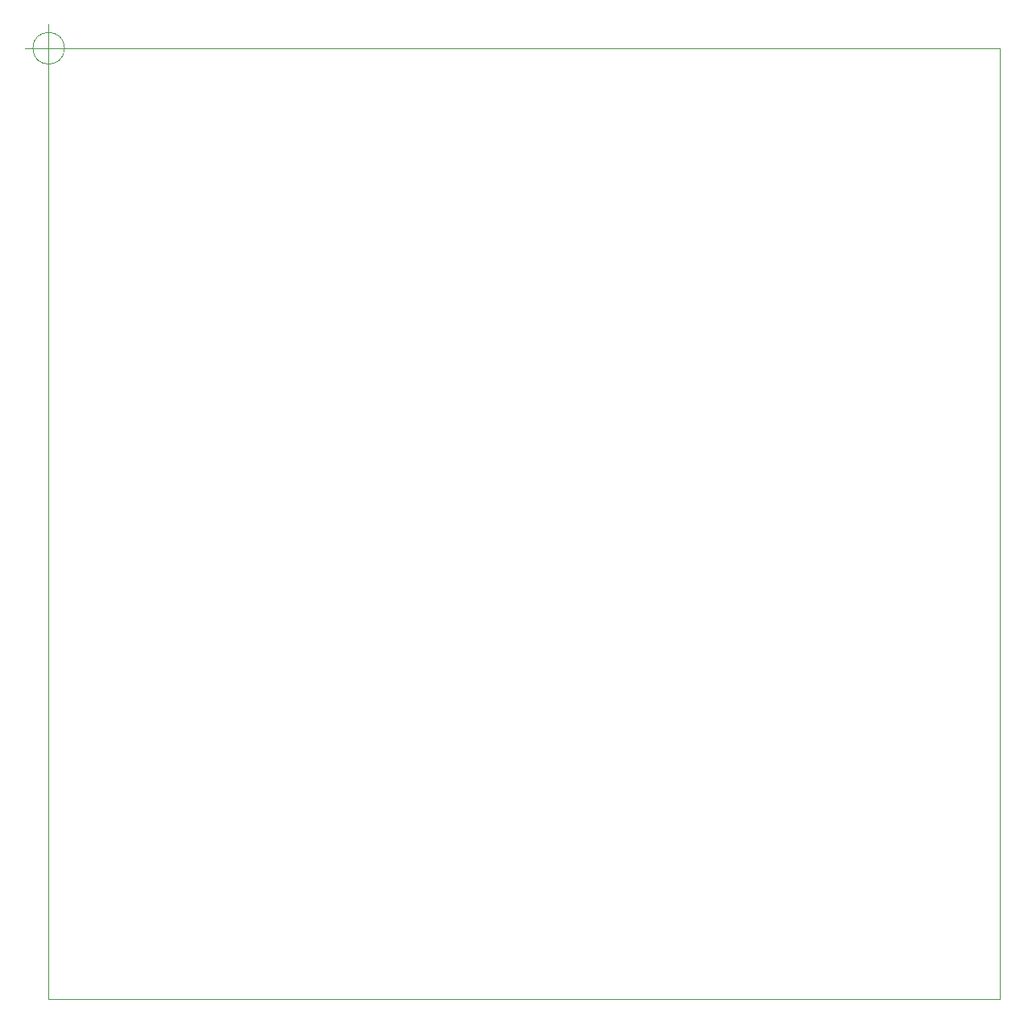
<source format=gbr>
%TF.GenerationSoftware,KiCad,Pcbnew,6.0.5-a6ca702e91~116~ubuntu22.04.1*%
%TF.CreationDate,2022-06-14T21:35:24-07:00*%
%TF.ProjectId,aprs-esp32,61707273-2d65-4737-9033-322e6b696361,v1.0.0*%
%TF.SameCoordinates,Original*%
%TF.FileFunction,Profile,NP*%
%FSLAX46Y46*%
G04 Gerber Fmt 4.6, Leading zero omitted, Abs format (unit mm)*
G04 Created by KiCad (PCBNEW 6.0.5-a6ca702e91~116~ubuntu22.04.1) date 2022-06-14 21:35:24*
%MOMM*%
%LPD*%
G01*
G04 APERTURE LIST*
%TA.AperFunction,Profile*%
%ADD10C,0.100000*%
%TD*%
G04 APERTURE END LIST*
D10*
X20000000Y-20000000D02*
X120000000Y-20000000D01*
X120000000Y-20000000D02*
X120000000Y-120000000D01*
X120000000Y-120000000D02*
X20000000Y-120000000D01*
X20000000Y-120000000D02*
X20000000Y-20000000D01*
X21660658Y-19991330D02*
G75*
G03*
X21660658Y-19991330I-1666666J0D01*
G01*
X17493992Y-19991330D02*
X22493992Y-19991330D01*
X19993992Y-17491330D02*
X19993992Y-22491330D01*
M02*

</source>
